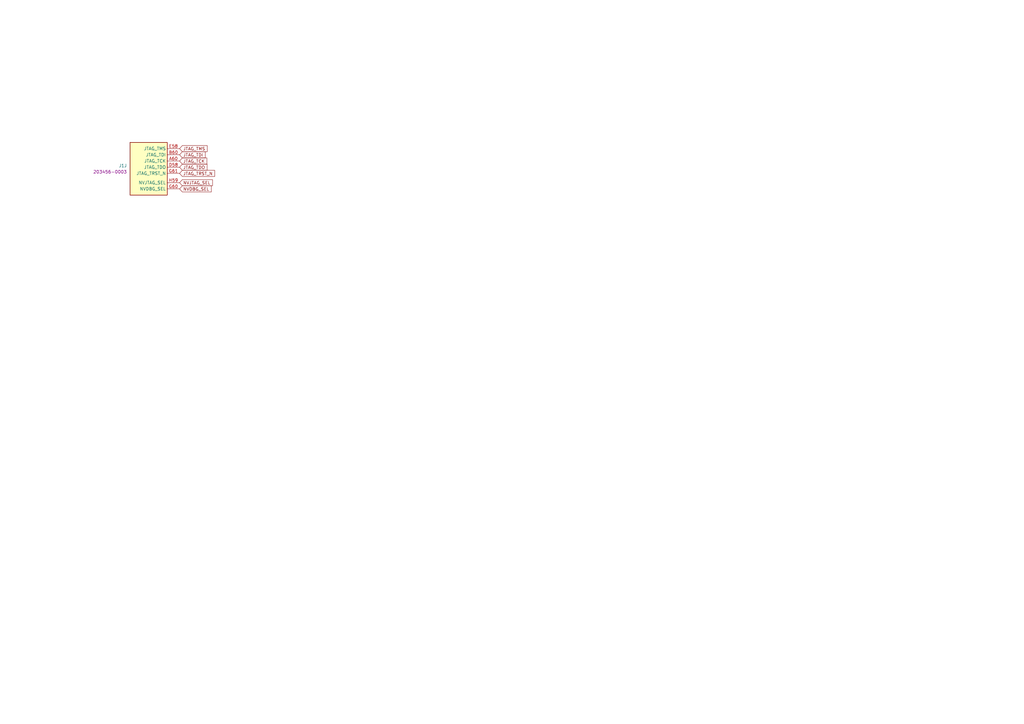
<source format=kicad_sch>
(kicad_sch (version 20250114) (generator "eeschema") (generator_version "9.0")
  (paper "A3")
  (title_block (title "Jetson AGX Thor Baseboard") (date "2025-08-11") (rev "1.0.0") (company "Antmicro Ltd") (comment 1 "www.antmicro.com"))
  (global_label "JTAG_TDI" (shape input) (at 73.66 63.5 0) (property "Intersheetrefs" "${INTERSHEET_REFS}" (effects (hide yes))))
  (global_label "NVDBG_SEL" (shape input) (at 73.66 77.47 0) (property "Intersheetrefs" "${INTERSHEET_REFS}" (effects (hide yes))))
  (global_label "JTAG_TCK" (shape input) (at 73.66 66.04 0) (property "Intersheetrefs" "${INTERSHEET_REFS}" (effects (hide yes))))
  (global_label "NVJTAG_SEL" (shape input) (at 73.66 74.93 0) (property "Intersheetrefs" "${INTERSHEET_REFS}" (effects (hide yes))))
  (global_label "JTAG_TMS" (shape input) (at 73.66 60.96 0) (property "Intersheetrefs" "${INTERSHEET_REFS}" (effects (hide yes))))
  (global_label "JTAG_TRST_N" (shape input) (at 73.66 71.12 0) (property "Intersheetrefs" "${INTERSHEET_REFS}" (effects (hide yes))))
  (global_label "JTAG_TDO" (shape input) (at 73.66 68.58 0) (property "Intersheetrefs" "${INTERSHEET_REFS}" (effects (hide yes))))
  (symbol (lib_id "antmicroB2BConnectors:Hermaphroditic_Molex_203456-0003_CUSTOM_Jetson_Orin_AGX_H8mm") (at 73.66 60.96 0) (mirror y) (unit 10)
    (property "Reference" "J1" (at 52.07 67.9449 0) (effects (justify left)))
    (property "Value" "Hermaphroditic_Molex_203456-0003_CUSTOM_Jetson_Orin_AGX_H8mm" (effects (hide yes)))
    (property "Footprint" "antmicro-footprints:Conn_Hermaphroditic_Molex_203456-0003_mirrored" (effects (hide yes)))
    (property "Datasheet" "https://www.molex.com/content/dam/molex/molex-dot-com/products/automated/en-us/salesdrawingpdf/203/203456/2034560003_sd.pdf?inline" (effects (hide yes)))
    (property "Description" "Mirror Mezz Hermaphroditic Connector, 5.50mm Connector Height, BGA-Attach Mounting, 7 Pair, 11 Row, 699 Circuits, 0.76µm Gold Plating, without Pegs" (effects (hide yes)))
    (property "MPN" "203456-0003" (at 52.07 70.4849 0) (effects (justify left)))
    (property "Manufacturer" "Molex" (effects (hide yes)))
    (property "Author" "Antmicro" (effects (hide yes)))
    (property "License" "Apache-2.0" (effects (hide yes)))
  )
)
</source>
